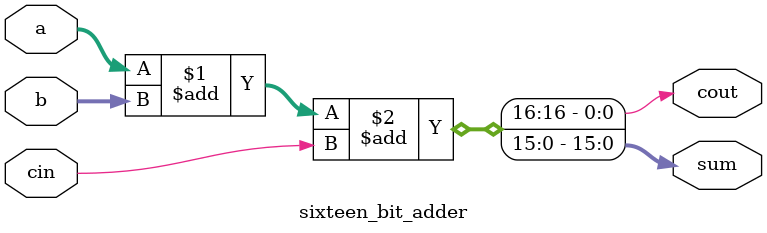
<source format=v>
module sixteen_bit_adder(
    input [15:0] a,
    input [15:0] b,
    input cin,
    output [15:0] sum,
    output cout
);
    assign {cout, sum} = a + b + cin;
endmodule
</source>
